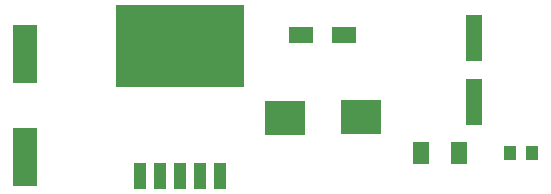
<source format=gbr>
%TF.GenerationSoftware,Altium Limited,Altium Designer,23.4.1 (23)*%
G04 Layer_Color=8421504*
%FSLAX45Y45*%
%MOMM*%
%TF.SameCoordinates,EC373B95-F81A-4979-A11E-F0651E9AEA0C*%
%TF.FilePolarity,Positive*%
%TF.FileFunction,Paste,Top*%
%TF.Part,Single*%
G01*
G75*
%TA.AperFunction,SMDPad,CuDef*%
%ADD10R,3.50000X3.00000*%
%ADD11R,1.00000X1.30000*%
%ADD12R,2.00000X1.45000*%
%ADD13R,1.40000X4.00000*%
%ADD14R,1.10000X2.20000*%
%ADD15R,10.80000X7.00000*%
%ADD16R,2.00000X5.00000*%
%ADD17R,1.35000X1.90000*%
D10*
X3945000Y2700000D02*
D03*
X3305000Y2698000D02*
D03*
D11*
X5392725Y2398124D02*
D03*
X5202725D02*
D03*
D12*
X3440000Y3400000D02*
D03*
X3800000D02*
D03*
D13*
X4900000Y3370000D02*
D03*
Y2830000D02*
D03*
D14*
X2070001Y2200000D02*
D03*
X2239998D02*
D03*
X2410000D02*
D03*
X2580002D02*
D03*
X2749999D02*
D03*
D15*
X2410000Y3305002D02*
D03*
D16*
X1100000Y3235000D02*
D03*
Y2365000D02*
D03*
D17*
X4457500Y2395000D02*
D03*
X4772500D02*
D03*
%TF.MD5,f9f3fc4c0343915b703e8fce9b1c38cf*%
M02*

</source>
